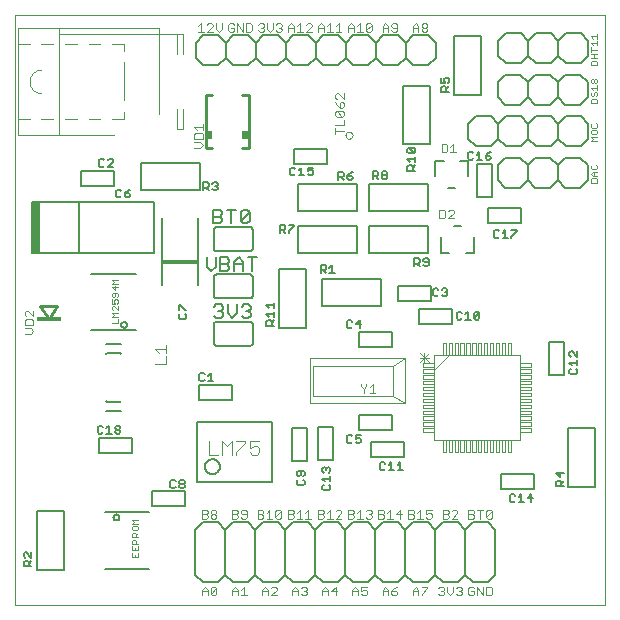
<source format=gto>
G75*
%MOIN*%
%OFA0B0*%
%FSLAX24Y24*%
%IPPOS*%
%LPD*%
%AMOC8*
5,1,8,0,0,1.08239X$1,22.5*
%
%ADD10C,0.0000*%
%ADD11C,0.0049*%
%ADD12C,0.0030*%
%ADD13C,0.0080*%
%ADD14C,0.0040*%
%ADD15R,0.0276X0.1732*%
%ADD16C,0.0060*%
%ADD17R,0.1260X0.0157*%
%ADD18C,0.0100*%
%ADD19R,0.0197X0.0295*%
%ADD20C,0.0079*%
%ADD21R,0.0827X0.0118*%
%ADD22C,0.0039*%
%ADD23C,0.0020*%
%ADD24C,0.0050*%
D10*
X000500Y000500D02*
X000500Y020185D01*
X020185Y020185D01*
X020185Y000500D01*
X000500Y000500D01*
X000500Y020185D01*
X020185Y020185D01*
X020185Y000500D01*
X000500Y000500D01*
X014096Y006285D02*
X014486Y006285D01*
X014486Y006395D01*
X014096Y006395D01*
X014096Y006285D01*
X014096Y006485D02*
X014486Y006485D01*
X014486Y006595D01*
X014096Y006595D01*
X014096Y006485D01*
X014096Y006685D02*
X014486Y006685D01*
X014486Y006795D01*
X014096Y006795D01*
X014096Y006685D01*
X014096Y006875D02*
X014486Y006875D01*
X014486Y006985D01*
X014096Y006985D01*
X014096Y006875D01*
X014096Y007075D02*
X014486Y007075D01*
X014486Y007185D01*
X014096Y007185D01*
X014096Y007075D01*
X014096Y007275D02*
X014486Y007275D01*
X014486Y007385D01*
X014096Y007385D01*
X014096Y007275D01*
X014096Y007465D02*
X014486Y007465D01*
X014486Y007575D01*
X014096Y007575D01*
X014096Y007465D01*
X014096Y007665D02*
X014486Y007665D01*
X014486Y007775D01*
X014096Y007775D01*
X014096Y007665D01*
X014096Y007865D02*
X014486Y007865D01*
X014486Y007975D01*
X014096Y007975D01*
X014096Y007865D01*
X014096Y008055D02*
X014486Y008055D01*
X014486Y008165D01*
X014096Y008165D01*
X014096Y008055D01*
X014096Y008255D02*
X014486Y008255D01*
X014486Y008345D01*
X014986Y008845D01*
X015076Y008845D01*
X015076Y009235D01*
X014966Y009235D01*
X014966Y008845D01*
X014986Y008845D01*
X014876Y008845D02*
X014876Y009235D01*
X014766Y009235D01*
X014766Y008845D01*
X014876Y008845D01*
X015166Y008845D02*
X015166Y009235D01*
X015276Y009235D01*
X015276Y008845D01*
X015166Y008845D01*
X015356Y008845D02*
X015356Y009235D01*
X015466Y009235D01*
X015466Y008845D01*
X015356Y008845D01*
X015556Y008845D02*
X015556Y009235D01*
X015666Y009235D01*
X015666Y008845D01*
X015556Y008845D01*
X015756Y008845D02*
X015756Y009235D01*
X015866Y009235D01*
X015866Y008845D01*
X015756Y008845D01*
X015946Y008845D02*
X015946Y009235D01*
X016056Y009235D01*
X016056Y008845D01*
X015946Y008845D01*
X016146Y008845D02*
X016146Y009235D01*
X016256Y009235D01*
X016256Y008845D01*
X016146Y008845D01*
X016346Y008845D02*
X016346Y009235D01*
X016456Y009235D01*
X016456Y008845D01*
X016346Y008845D01*
X016536Y008845D02*
X016536Y009235D01*
X016646Y009235D01*
X016646Y008845D01*
X016536Y008845D01*
X016736Y008845D02*
X016736Y009235D01*
X016846Y009235D01*
X016846Y008845D01*
X016736Y008845D01*
X016936Y008845D02*
X016936Y009235D01*
X017046Y009235D01*
X017046Y008845D01*
X016936Y008845D01*
X017326Y008845D02*
X014486Y008845D01*
X014486Y006005D01*
X017326Y006005D01*
X017326Y008845D01*
X017326Y008565D02*
X017716Y008565D01*
X017716Y008455D01*
X017326Y008455D01*
X017326Y008565D01*
X017326Y008365D02*
X017716Y008365D01*
X017716Y008255D01*
X017326Y008255D01*
X017326Y008365D01*
X017326Y008165D02*
X017716Y008165D01*
X017716Y008055D01*
X017326Y008055D01*
X017326Y008165D01*
X017326Y007975D02*
X017716Y007975D01*
X017716Y007865D01*
X017326Y007865D01*
X017326Y007975D01*
X017326Y007775D02*
X017716Y007775D01*
X017716Y007665D01*
X017326Y007665D01*
X017326Y007775D01*
X017326Y007575D02*
X017716Y007575D01*
X017716Y007465D01*
X017326Y007465D01*
X017326Y007575D01*
X017326Y007385D02*
X017716Y007385D01*
X017716Y007275D01*
X017326Y007275D01*
X017326Y007385D01*
X017326Y007185D02*
X017716Y007185D01*
X017716Y007075D01*
X017326Y007075D01*
X017326Y007185D01*
X017326Y006985D02*
X017716Y006985D01*
X017716Y006875D01*
X017326Y006875D01*
X017326Y006985D01*
X017326Y006795D02*
X017716Y006795D01*
X017716Y006685D01*
X017326Y006685D01*
X017326Y006795D01*
X017326Y006595D02*
X017716Y006595D01*
X017716Y006485D01*
X017326Y006485D01*
X017326Y006595D01*
X017326Y006395D02*
X017716Y006395D01*
X017716Y006285D01*
X017326Y006285D01*
X017326Y006395D01*
X017046Y006005D02*
X016936Y006005D01*
X016936Y005615D01*
X017046Y005615D01*
X017046Y006005D01*
X016846Y006005D02*
X016846Y005615D01*
X016736Y005615D01*
X016736Y006005D01*
X016846Y006005D01*
X016646Y006005D02*
X016646Y005615D01*
X016536Y005615D01*
X016536Y006005D01*
X016646Y006005D01*
X016456Y006005D02*
X016456Y005615D01*
X016346Y005615D01*
X016346Y006005D01*
X016456Y006005D01*
X016256Y006005D02*
X016256Y005615D01*
X016146Y005615D01*
X016146Y006005D01*
X016256Y006005D01*
X016056Y006005D02*
X016056Y005615D01*
X015946Y005615D01*
X015946Y006005D01*
X016056Y006005D01*
X015866Y006005D02*
X015866Y005615D01*
X015756Y005615D01*
X015756Y006005D01*
X015866Y006005D01*
X015666Y006005D02*
X015666Y005615D01*
X015556Y005615D01*
X015556Y006005D01*
X015666Y006005D01*
X015466Y006005D02*
X015466Y005615D01*
X015356Y005615D01*
X015356Y006005D01*
X015466Y006005D01*
X015276Y006005D02*
X015276Y005615D01*
X015166Y005615D01*
X015166Y006005D01*
X015276Y006005D01*
X015076Y006005D02*
X015076Y005615D01*
X014966Y005615D01*
X014966Y006005D01*
X015076Y006005D01*
X014876Y006005D02*
X014876Y005615D01*
X014766Y005615D01*
X014766Y006005D01*
X014876Y006005D01*
X014096Y008255D02*
X014096Y008365D01*
X014486Y008365D01*
X014486Y008345D01*
X014486Y008455D02*
X014096Y008455D01*
X014096Y008565D01*
X014486Y008565D01*
X014486Y008455D01*
D11*
X011524Y016169D02*
X011526Y016190D01*
X011532Y016210D01*
X011541Y016230D01*
X011553Y016247D01*
X011568Y016261D01*
X011586Y016273D01*
X011606Y016281D01*
X011626Y016286D01*
X011647Y016287D01*
X011668Y016284D01*
X011688Y016278D01*
X011707Y016267D01*
X011724Y016254D01*
X011737Y016238D01*
X011748Y016220D01*
X011756Y016200D01*
X011760Y016180D01*
X011760Y016158D01*
X011756Y016138D01*
X011748Y016118D01*
X011737Y016100D01*
X011724Y016084D01*
X011707Y016071D01*
X011688Y016060D01*
X011668Y016054D01*
X011647Y016051D01*
X011626Y016052D01*
X011606Y016057D01*
X011586Y016065D01*
X011568Y016077D01*
X011553Y016091D01*
X011541Y016108D01*
X011532Y016128D01*
X011526Y016148D01*
X011524Y016169D01*
D12*
X011471Y016294D02*
X011181Y016294D01*
X011181Y016197D02*
X011181Y016391D01*
X011181Y016492D02*
X011471Y016492D01*
X011471Y016685D01*
X011423Y016787D02*
X011229Y016980D01*
X011423Y016980D01*
X011471Y016932D01*
X011471Y016835D01*
X011423Y016787D01*
X011229Y016787D01*
X011181Y016835D01*
X011181Y016932D01*
X011229Y016980D01*
X011326Y017081D02*
X011326Y017226D01*
X011374Y017275D01*
X011423Y017275D01*
X011471Y017226D01*
X011471Y017130D01*
X011423Y017081D01*
X011326Y017081D01*
X011229Y017178D01*
X011181Y017275D01*
X011229Y017376D02*
X011181Y017424D01*
X011181Y017521D01*
X011229Y017569D01*
X011278Y017569D01*
X011471Y017376D01*
X011471Y017569D01*
X011387Y019609D02*
X011194Y019609D01*
X011291Y019609D02*
X011291Y019900D01*
X011194Y019803D01*
X011093Y019609D02*
X010899Y019609D01*
X010996Y019609D02*
X010996Y019900D01*
X010899Y019803D01*
X010798Y019803D02*
X010798Y019609D01*
X010798Y019755D02*
X010605Y019755D01*
X010605Y019803D02*
X010701Y019900D01*
X010798Y019803D01*
X010605Y019803D02*
X010605Y019609D01*
X010403Y019609D02*
X010210Y019609D01*
X010403Y019803D01*
X010403Y019851D01*
X010355Y019900D01*
X010258Y019900D01*
X010210Y019851D01*
X010012Y019900D02*
X010012Y019609D01*
X010108Y019609D02*
X009915Y019609D01*
X009814Y019609D02*
X009814Y019803D01*
X009717Y019900D01*
X009620Y019803D01*
X009620Y019609D01*
X009620Y019755D02*
X009814Y019755D01*
X009915Y019803D02*
X010012Y019900D01*
X009399Y019851D02*
X009399Y019803D01*
X009351Y019755D01*
X009399Y019706D01*
X009399Y019658D01*
X009351Y019609D01*
X009254Y019609D01*
X009206Y019658D01*
X009104Y019706D02*
X009104Y019900D01*
X009206Y019851D02*
X009254Y019900D01*
X009351Y019900D01*
X009399Y019851D01*
X009351Y019755D02*
X009302Y019755D01*
X009104Y019706D02*
X009008Y019609D01*
X008911Y019706D01*
X008911Y019900D01*
X008810Y019851D02*
X008761Y019900D01*
X008665Y019900D01*
X008616Y019851D01*
X008713Y019755D02*
X008761Y019755D01*
X008810Y019706D01*
X008810Y019658D01*
X008761Y019609D01*
X008665Y019609D01*
X008616Y019658D01*
X008761Y019755D02*
X008810Y019803D01*
X008810Y019851D01*
X008395Y019851D02*
X008395Y019658D01*
X008347Y019609D01*
X008202Y019609D01*
X008202Y019900D01*
X008347Y019900D01*
X008395Y019851D01*
X008101Y019900D02*
X008101Y019609D01*
X007907Y019900D01*
X007907Y019609D01*
X007806Y019658D02*
X007806Y019755D01*
X007709Y019755D01*
X007612Y019851D02*
X007612Y019658D01*
X007661Y019609D01*
X007758Y019609D01*
X007806Y019658D01*
X007806Y019851D02*
X007758Y019900D01*
X007661Y019900D01*
X007612Y019851D01*
X007391Y019900D02*
X007391Y019706D01*
X007295Y019609D01*
X007198Y019706D01*
X007198Y019900D01*
X007097Y019851D02*
X007048Y019900D01*
X006951Y019900D01*
X006903Y019851D01*
X007097Y019851D02*
X007097Y019803D01*
X006903Y019609D01*
X007097Y019609D01*
X006802Y019609D02*
X006608Y019609D01*
X006705Y019609D02*
X006705Y019900D01*
X006608Y019803D01*
X006776Y016534D02*
X006776Y016341D01*
X006776Y016437D02*
X006486Y016437D01*
X006583Y016341D01*
X006534Y016239D02*
X006486Y016191D01*
X006486Y016046D01*
X006776Y016046D01*
X006776Y016191D01*
X006728Y016239D01*
X006534Y016239D01*
X006486Y015945D02*
X006680Y015945D01*
X006776Y015848D01*
X006680Y015751D01*
X006486Y015751D01*
X011608Y019609D02*
X011608Y019803D01*
X011705Y019900D01*
X011802Y019803D01*
X011802Y019609D01*
X011903Y019609D02*
X012097Y019609D01*
X012000Y019609D02*
X012000Y019900D01*
X011903Y019803D01*
X011802Y019755D02*
X011608Y019755D01*
X012198Y019658D02*
X012198Y019851D01*
X012246Y019900D01*
X012343Y019900D01*
X012391Y019851D01*
X012198Y019658D01*
X012246Y019609D01*
X012343Y019609D01*
X012391Y019658D01*
X012391Y019851D01*
X012760Y019803D02*
X012760Y019609D01*
X012760Y019755D02*
X012953Y019755D01*
X012953Y019803D02*
X012953Y019609D01*
X013054Y019658D02*
X013103Y019609D01*
X013199Y019609D01*
X013248Y019658D01*
X013248Y019851D01*
X013199Y019900D01*
X013103Y019900D01*
X013054Y019851D01*
X013054Y019803D01*
X013103Y019755D01*
X013248Y019755D01*
X012953Y019803D02*
X012856Y019900D01*
X012760Y019803D01*
X013764Y019803D02*
X013764Y019609D01*
X013764Y019755D02*
X013957Y019755D01*
X013957Y019803D02*
X013957Y019609D01*
X014058Y019658D02*
X014058Y019706D01*
X014107Y019755D01*
X014203Y019755D01*
X014252Y019706D01*
X014252Y019658D01*
X014203Y019609D01*
X014107Y019609D01*
X014058Y019658D01*
X014107Y019755D02*
X014058Y019803D01*
X014058Y019851D01*
X014107Y019900D01*
X014203Y019900D01*
X014252Y019851D01*
X014252Y019803D01*
X014203Y019755D01*
X013957Y019803D02*
X013860Y019900D01*
X013764Y019803D01*
X014729Y015882D02*
X014874Y015882D01*
X014922Y015833D01*
X014922Y015640D01*
X014874Y015591D01*
X014729Y015591D01*
X014729Y015882D01*
X015023Y015785D02*
X015120Y015882D01*
X015120Y015591D01*
X015023Y015591D02*
X015217Y015591D01*
X015097Y013684D02*
X015000Y013684D01*
X014951Y013636D01*
X014850Y013636D02*
X014802Y013684D01*
X014657Y013684D01*
X014657Y013394D01*
X014802Y013394D01*
X014850Y013443D01*
X014850Y013636D01*
X015097Y013684D02*
X015145Y013636D01*
X015145Y013588D01*
X014951Y013394D01*
X015145Y013394D01*
X014304Y008912D02*
X013991Y008599D01*
X014147Y008599D02*
X014147Y008912D01*
X013991Y008912D02*
X014304Y008599D01*
X014304Y008755D02*
X013991Y008755D01*
X014008Y003679D02*
X014008Y003389D01*
X014104Y003389D02*
X013911Y003389D01*
X013810Y003437D02*
X013761Y003389D01*
X013616Y003389D01*
X013616Y003679D01*
X013761Y003679D01*
X013810Y003631D01*
X013810Y003583D01*
X013761Y003534D01*
X013616Y003534D01*
X013761Y003534D02*
X013810Y003486D01*
X013810Y003437D01*
X013911Y003583D02*
X014008Y003679D01*
X014206Y003679D02*
X014206Y003534D01*
X014302Y003583D01*
X014351Y003583D01*
X014399Y003534D01*
X014399Y003437D01*
X014351Y003389D01*
X014254Y003389D01*
X014206Y003437D01*
X014206Y003679D02*
X014399Y003679D01*
X014768Y003679D02*
X014768Y003389D01*
X014913Y003389D01*
X014961Y003437D01*
X014961Y003486D01*
X014913Y003534D01*
X014768Y003534D01*
X014913Y003534D02*
X014961Y003583D01*
X014961Y003631D01*
X014913Y003679D01*
X014768Y003679D01*
X015062Y003631D02*
X015111Y003679D01*
X015207Y003679D01*
X015256Y003631D01*
X015256Y003583D01*
X015062Y003389D01*
X015256Y003389D01*
X015624Y003389D02*
X015769Y003389D01*
X015818Y003437D01*
X015818Y003486D01*
X015769Y003534D01*
X015624Y003534D01*
X015624Y003389D02*
X015624Y003679D01*
X015769Y003679D01*
X015818Y003631D01*
X015818Y003583D01*
X015769Y003534D01*
X015919Y003679D02*
X016112Y003679D01*
X016016Y003679D02*
X016016Y003389D01*
X016214Y003437D02*
X016214Y003631D01*
X016262Y003679D01*
X016359Y003679D01*
X016407Y003631D01*
X016214Y003437D01*
X016262Y003389D01*
X016359Y003389D01*
X016407Y003437D01*
X016407Y003631D01*
X016359Y001120D02*
X016214Y001120D01*
X016214Y000830D01*
X016359Y000830D01*
X016407Y000878D01*
X016407Y001072D01*
X016359Y001120D01*
X016112Y001120D02*
X016112Y000830D01*
X015919Y001120D01*
X015919Y000830D01*
X015818Y000878D02*
X015818Y000975D01*
X015721Y000975D01*
X015818Y000878D02*
X015769Y000830D01*
X015673Y000830D01*
X015624Y000878D01*
X015624Y001072D01*
X015673Y001120D01*
X015769Y001120D01*
X015818Y001072D01*
X015403Y001072D02*
X015403Y001023D01*
X015355Y000975D01*
X015403Y000927D01*
X015403Y000878D01*
X015355Y000830D01*
X015258Y000830D01*
X015210Y000878D01*
X015108Y000927D02*
X015108Y001120D01*
X015210Y001072D02*
X015258Y001120D01*
X015355Y001120D01*
X015403Y001072D01*
X015355Y000975D02*
X015306Y000975D01*
X015108Y000927D02*
X015012Y000830D01*
X014915Y000927D01*
X014915Y001120D01*
X014814Y001072D02*
X014814Y001023D01*
X014765Y000975D01*
X014814Y000927D01*
X014814Y000878D01*
X014765Y000830D01*
X014669Y000830D01*
X014620Y000878D01*
X014717Y000975D02*
X014765Y000975D01*
X014814Y001072D02*
X014765Y001120D01*
X014669Y001120D01*
X014620Y001072D01*
X014252Y001072D02*
X014058Y000878D01*
X014058Y000830D01*
X013957Y000830D02*
X013957Y001023D01*
X013860Y001120D01*
X013764Y001023D01*
X013764Y000830D01*
X013764Y000975D02*
X013957Y000975D01*
X014058Y001120D02*
X014252Y001120D01*
X014252Y001072D01*
X013248Y001120D02*
X013151Y001072D01*
X013054Y000975D01*
X013199Y000975D01*
X013248Y000927D01*
X013248Y000878D01*
X013199Y000830D01*
X013103Y000830D01*
X013054Y000878D01*
X013054Y000975D01*
X012953Y000975D02*
X012760Y000975D01*
X012760Y001023D02*
X012760Y000830D01*
X012953Y000830D02*
X012953Y001023D01*
X012856Y001120D01*
X012760Y001023D01*
X012244Y000975D02*
X012244Y000878D01*
X012196Y000830D01*
X012099Y000830D01*
X012050Y000878D01*
X012050Y000975D02*
X012147Y001023D01*
X012196Y001023D01*
X012244Y000975D01*
X012244Y001120D02*
X012050Y001120D01*
X012050Y000975D01*
X011949Y000975D02*
X011756Y000975D01*
X011756Y001023D02*
X011756Y000830D01*
X011949Y000830D02*
X011949Y001023D01*
X011853Y001120D01*
X011756Y001023D01*
X011240Y000975D02*
X011046Y000975D01*
X011192Y001120D01*
X011192Y000830D01*
X010945Y000830D02*
X010945Y001023D01*
X010849Y001120D01*
X010752Y001023D01*
X010752Y000830D01*
X010752Y000975D02*
X010945Y000975D01*
X010236Y000927D02*
X010236Y000878D01*
X010188Y000830D01*
X010091Y000830D01*
X010043Y000878D01*
X009941Y000830D02*
X009941Y001023D01*
X009845Y001120D01*
X009748Y001023D01*
X009748Y000830D01*
X009748Y000975D02*
X009941Y000975D01*
X010043Y001072D02*
X010091Y001120D01*
X010188Y001120D01*
X010236Y001072D01*
X010236Y001023D01*
X010188Y000975D01*
X010236Y000927D01*
X010188Y000975D02*
X010139Y000975D01*
X009232Y001023D02*
X009232Y001072D01*
X009184Y001120D01*
X009087Y001120D01*
X009039Y001072D01*
X008937Y001023D02*
X008937Y000830D01*
X009039Y000830D02*
X009232Y001023D01*
X009232Y000830D02*
X009039Y000830D01*
X008937Y000975D02*
X008744Y000975D01*
X008744Y001023D02*
X008744Y000830D01*
X008744Y001023D02*
X008841Y001120D01*
X008937Y001023D01*
X008228Y000830D02*
X008035Y000830D01*
X008131Y000830D02*
X008131Y001120D01*
X008035Y001023D01*
X007934Y001023D02*
X007934Y000830D01*
X007934Y000975D02*
X007740Y000975D01*
X007740Y001023D02*
X007740Y000830D01*
X007740Y001023D02*
X007837Y001120D01*
X007934Y001023D01*
X007224Y001072D02*
X007224Y000878D01*
X007176Y000830D01*
X007079Y000830D01*
X007031Y000878D01*
X007224Y001072D01*
X007176Y001120D01*
X007079Y001120D01*
X007031Y001072D01*
X007031Y000878D01*
X006930Y000830D02*
X006930Y001023D01*
X006833Y001120D01*
X006736Y001023D01*
X006736Y000830D01*
X006736Y000975D02*
X006930Y000975D01*
X006881Y003389D02*
X006736Y003389D01*
X006736Y003679D01*
X006881Y003679D01*
X006930Y003631D01*
X006930Y003583D01*
X006881Y003534D01*
X006736Y003534D01*
X006881Y003534D02*
X006930Y003486D01*
X006930Y003437D01*
X006881Y003389D01*
X007031Y003437D02*
X007031Y003486D01*
X007079Y003534D01*
X007176Y003534D01*
X007224Y003486D01*
X007224Y003437D01*
X007176Y003389D01*
X007079Y003389D01*
X007031Y003437D01*
X007079Y003534D02*
X007031Y003583D01*
X007031Y003631D01*
X007079Y003679D01*
X007176Y003679D01*
X007224Y003631D01*
X007224Y003583D01*
X007176Y003534D01*
X007740Y003534D02*
X007885Y003534D01*
X007934Y003486D01*
X007934Y003437D01*
X007885Y003389D01*
X007740Y003389D01*
X007740Y003679D01*
X007885Y003679D01*
X007934Y003631D01*
X007934Y003583D01*
X007885Y003534D01*
X008035Y003583D02*
X008083Y003534D01*
X008228Y003534D01*
X008228Y003437D02*
X008228Y003631D01*
X008180Y003679D01*
X008083Y003679D01*
X008035Y003631D01*
X008035Y003583D01*
X008035Y003437D02*
X008083Y003389D01*
X008180Y003389D01*
X008228Y003437D01*
X008597Y003389D02*
X008597Y003679D01*
X008742Y003679D01*
X008790Y003631D01*
X008790Y003583D01*
X008742Y003534D01*
X008597Y003534D01*
X008742Y003534D02*
X008790Y003486D01*
X008790Y003437D01*
X008742Y003389D01*
X008597Y003389D01*
X008891Y003389D02*
X009085Y003389D01*
X008988Y003389D02*
X008988Y003679D01*
X008891Y003583D01*
X009186Y003631D02*
X009186Y003437D01*
X009379Y003631D01*
X009379Y003437D01*
X009331Y003389D01*
X009234Y003389D01*
X009186Y003437D01*
X009186Y003631D02*
X009234Y003679D01*
X009331Y003679D01*
X009379Y003631D01*
X009601Y003679D02*
X009601Y003389D01*
X009746Y003389D01*
X009794Y003437D01*
X009794Y003486D01*
X009746Y003534D01*
X009601Y003534D01*
X009746Y003534D02*
X009794Y003583D01*
X009794Y003631D01*
X009746Y003679D01*
X009601Y003679D01*
X009895Y003583D02*
X009992Y003679D01*
X009992Y003389D01*
X009895Y003389D02*
X010089Y003389D01*
X010190Y003389D02*
X010383Y003389D01*
X010287Y003389D02*
X010287Y003679D01*
X010190Y003583D01*
X010605Y003534D02*
X010750Y003534D01*
X010798Y003486D01*
X010798Y003437D01*
X010750Y003389D01*
X010605Y003389D01*
X010605Y003679D01*
X010750Y003679D01*
X010798Y003631D01*
X010798Y003583D01*
X010750Y003534D01*
X010899Y003583D02*
X010996Y003679D01*
X010996Y003389D01*
X010899Y003389D02*
X011093Y003389D01*
X011194Y003389D02*
X011387Y003583D01*
X011387Y003631D01*
X011339Y003679D01*
X011242Y003679D01*
X011194Y003631D01*
X011194Y003389D02*
X011387Y003389D01*
X011608Y003389D02*
X011754Y003389D01*
X011802Y003437D01*
X011802Y003486D01*
X011754Y003534D01*
X011608Y003534D01*
X011608Y003389D02*
X011608Y003679D01*
X011754Y003679D01*
X011802Y003631D01*
X011802Y003583D01*
X011754Y003534D01*
X011903Y003583D02*
X012000Y003679D01*
X012000Y003389D01*
X011903Y003389D02*
X012097Y003389D01*
X012198Y003437D02*
X012246Y003389D01*
X012343Y003389D01*
X012391Y003437D01*
X012391Y003486D01*
X012343Y003534D01*
X012295Y003534D01*
X012343Y003534D02*
X012391Y003583D01*
X012391Y003631D01*
X012343Y003679D01*
X012246Y003679D01*
X012198Y003631D01*
X012612Y003679D02*
X012612Y003389D01*
X012758Y003389D01*
X012806Y003437D01*
X012806Y003486D01*
X012758Y003534D01*
X012612Y003534D01*
X012612Y003679D02*
X012758Y003679D01*
X012806Y003631D01*
X012806Y003583D01*
X012758Y003534D01*
X012907Y003583D02*
X013004Y003679D01*
X013004Y003389D01*
X012907Y003389D02*
X013101Y003389D01*
X013202Y003534D02*
X013395Y003534D01*
X013347Y003389D02*
X013347Y003679D01*
X013202Y003534D01*
X005554Y008550D02*
X005554Y008797D01*
X005554Y008918D02*
X005554Y009165D01*
X005554Y009042D02*
X005184Y009042D01*
X005307Y008918D01*
X005184Y008550D02*
X005554Y008550D01*
X001124Y009635D02*
X001028Y009732D01*
X000834Y009732D01*
X000834Y009833D02*
X000834Y009978D01*
X000882Y010027D01*
X001076Y010027D01*
X001124Y009978D01*
X001124Y009833D01*
X000834Y009833D01*
X000834Y009539D02*
X001028Y009539D01*
X001124Y009635D01*
X001124Y010128D02*
X000931Y010321D01*
X000882Y010321D01*
X000834Y010273D01*
X000834Y010176D01*
X000882Y010128D01*
X001124Y010128D02*
X001124Y010321D01*
D13*
X001082Y012241D02*
X001082Y013941D01*
X002632Y013941D01*
X002632Y012241D01*
X001082Y012241D01*
X002632Y012241D02*
X005132Y012241D01*
X005132Y013941D01*
X002632Y013941D01*
X002710Y014474D02*
X002710Y014974D01*
X003810Y014974D01*
X003810Y014474D01*
X002710Y014474D01*
X004721Y014333D02*
X004721Y015233D01*
X006681Y015233D01*
X006681Y014333D01*
X004721Y014333D01*
X005420Y013410D02*
X005420Y011160D01*
X004547Y011555D02*
X003051Y011555D01*
X004049Y009850D02*
X004051Y009870D01*
X004057Y009888D01*
X004066Y009906D01*
X004078Y009921D01*
X004093Y009933D01*
X004111Y009942D01*
X004129Y009948D01*
X004149Y009950D01*
X004169Y009948D01*
X004187Y009942D01*
X004205Y009933D01*
X004220Y009921D01*
X004232Y009906D01*
X004241Y009888D01*
X004247Y009870D01*
X004249Y009850D01*
X004247Y009830D01*
X004241Y009812D01*
X004232Y009794D01*
X004220Y009779D01*
X004205Y009767D01*
X004187Y009758D01*
X004169Y009752D01*
X004149Y009750D01*
X004129Y009752D01*
X004111Y009758D01*
X004093Y009767D01*
X004078Y009779D01*
X004066Y009794D01*
X004057Y009812D01*
X004051Y009830D01*
X004049Y009850D01*
X004547Y009665D02*
X003051Y009665D01*
X006620Y011160D02*
X006620Y013410D01*
X009302Y011716D02*
X010202Y011716D01*
X010202Y009756D01*
X009302Y009756D01*
X009302Y011716D01*
X009953Y012255D02*
X009953Y013155D01*
X011913Y013155D01*
X011913Y012255D01*
X009953Y012255D01*
X010740Y011383D02*
X012700Y011383D01*
X012700Y010483D01*
X010740Y010483D01*
X010740Y011383D01*
X012315Y012255D02*
X012315Y013155D01*
X014275Y013155D01*
X014275Y012255D01*
X012315Y012255D01*
X013269Y011156D02*
X014369Y011156D01*
X014369Y010656D01*
X013269Y010656D01*
X013269Y011156D01*
X013970Y010360D02*
X013970Y009860D01*
X015070Y009860D01*
X015070Y010360D01*
X013970Y010360D01*
X013058Y009608D02*
X013058Y009108D01*
X011958Y009108D01*
X011958Y009608D01*
X013058Y009608D01*
X014713Y012252D02*
X014988Y012252D01*
X014713Y012252D02*
X014713Y012783D01*
X015146Y013157D02*
X015382Y013157D01*
X015815Y012783D02*
X015815Y012252D01*
X015539Y012252D01*
X016289Y013242D02*
X016289Y013742D01*
X017389Y013742D01*
X017389Y013242D01*
X016289Y013242D01*
X016415Y014107D02*
X015915Y014107D01*
X015915Y015207D01*
X016415Y015207D01*
X016415Y014107D01*
X015618Y014791D02*
X015618Y015323D01*
X015343Y015323D01*
X014791Y015323D02*
X014516Y015323D01*
X014516Y014791D01*
X014275Y014533D02*
X014275Y013633D01*
X012315Y013633D01*
X012315Y014533D01*
X014275Y014533D01*
X014949Y014417D02*
X015185Y014417D01*
X014336Y015859D02*
X013436Y015859D01*
X013436Y017819D01*
X014336Y017819D01*
X014336Y015859D01*
X015156Y017508D02*
X016056Y017508D01*
X016056Y019468D01*
X015156Y019468D01*
X015156Y017508D01*
X011913Y014533D02*
X011913Y013633D01*
X009953Y013633D01*
X009953Y014533D01*
X011913Y014533D01*
X010893Y015211D02*
X010893Y015711D01*
X009793Y015711D01*
X009793Y015211D01*
X010893Y015211D01*
X007743Y007837D02*
X006643Y007837D01*
X006643Y007337D01*
X007743Y007337D01*
X007743Y007837D01*
X009750Y006420D02*
X010250Y006420D01*
X010250Y005320D01*
X009750Y005320D01*
X009750Y006420D01*
X010604Y006436D02*
X011104Y006436D01*
X011104Y005336D01*
X010604Y005336D01*
X010604Y006436D01*
X011958Y006352D02*
X011958Y006852D01*
X013058Y006852D01*
X013058Y006352D01*
X011958Y006352D01*
X012375Y005939D02*
X013475Y005939D01*
X013475Y005439D01*
X012375Y005439D01*
X012375Y005939D01*
X016706Y004876D02*
X016706Y004376D01*
X017806Y004376D01*
X017806Y004876D01*
X016706Y004876D01*
X018948Y004441D02*
X018948Y006401D01*
X019848Y006401D01*
X019848Y004441D01*
X018948Y004441D01*
X018809Y008182D02*
X018309Y008182D01*
X018309Y009282D01*
X018809Y009282D01*
X018809Y008182D01*
X006168Y004293D02*
X006168Y003793D01*
X005068Y003793D01*
X005068Y004293D01*
X006168Y004293D01*
X004988Y003610D02*
X003492Y003610D01*
X003790Y003425D02*
X003792Y003445D01*
X003798Y003463D01*
X003807Y003481D01*
X003819Y003496D01*
X003834Y003508D01*
X003852Y003517D01*
X003870Y003523D01*
X003890Y003525D01*
X003910Y003523D01*
X003928Y003517D01*
X003946Y003508D01*
X003961Y003496D01*
X003973Y003481D01*
X003982Y003463D01*
X003988Y003445D01*
X003990Y003425D01*
X003988Y003405D01*
X003982Y003387D01*
X003973Y003369D01*
X003961Y003354D01*
X003946Y003342D01*
X003928Y003333D01*
X003910Y003327D01*
X003890Y003325D01*
X003870Y003327D01*
X003852Y003333D01*
X003834Y003342D01*
X003819Y003354D01*
X003807Y003369D01*
X003798Y003387D01*
X003792Y003405D01*
X003790Y003425D01*
X002131Y003645D02*
X002131Y001685D01*
X001231Y001685D01*
X001231Y003645D01*
X002131Y003645D01*
X003492Y001720D02*
X004988Y001720D01*
X004396Y005565D02*
X003296Y005565D01*
X003296Y006065D01*
X004396Y006065D01*
X004396Y005565D01*
D14*
X004410Y003348D02*
X004610Y003348D01*
X004610Y003214D02*
X004410Y003214D01*
X004477Y003281D01*
X004410Y003348D01*
X004443Y003127D02*
X004410Y003093D01*
X004410Y003027D01*
X004443Y002993D01*
X004577Y002993D01*
X004610Y003027D01*
X004610Y003093D01*
X004577Y003127D01*
X004443Y003127D01*
X004443Y002906D02*
X004510Y002906D01*
X004543Y002872D01*
X004543Y002772D01*
X004543Y002839D02*
X004610Y002906D01*
X004610Y002772D02*
X004410Y002772D01*
X004410Y002872D01*
X004443Y002906D01*
X004443Y002685D02*
X004510Y002685D01*
X004543Y002651D01*
X004543Y002551D01*
X004610Y002551D02*
X004410Y002551D01*
X004410Y002651D01*
X004443Y002685D01*
X004410Y002464D02*
X004410Y002330D01*
X004610Y002330D01*
X004610Y002464D01*
X004510Y002397D02*
X004510Y002330D01*
X004410Y002243D02*
X004410Y002109D01*
X004610Y002109D01*
X004610Y002243D01*
X004510Y002176D02*
X004510Y002109D01*
X006962Y005516D02*
X007269Y005516D01*
X007422Y005516D02*
X007422Y005976D01*
X007576Y005823D01*
X007729Y005976D01*
X007729Y005516D01*
X007883Y005516D02*
X007883Y005593D01*
X008190Y005900D01*
X008190Y005976D01*
X007883Y005976D01*
X008343Y005976D02*
X008343Y005746D01*
X008497Y005823D01*
X008573Y005823D01*
X008650Y005746D01*
X008650Y005593D01*
X008573Y005516D01*
X008420Y005516D01*
X008343Y005593D01*
X008343Y005976D02*
X008650Y005976D01*
X006962Y005976D02*
X006962Y005516D01*
X003946Y009894D02*
X003746Y009894D01*
X003946Y009894D02*
X003946Y010028D01*
X003946Y010115D02*
X003746Y010115D01*
X003813Y010182D01*
X003746Y010249D01*
X003946Y010249D01*
X003946Y010336D02*
X003813Y010470D01*
X003779Y010470D01*
X003746Y010436D01*
X003746Y010370D01*
X003779Y010336D01*
X003946Y010336D02*
X003946Y010470D01*
X003913Y010557D02*
X003946Y010591D01*
X003946Y010657D01*
X003913Y010691D01*
X003846Y010691D01*
X003813Y010657D01*
X003813Y010624D01*
X003846Y010557D01*
X003746Y010557D01*
X003746Y010691D01*
X003779Y010778D02*
X003813Y010778D01*
X003846Y010811D01*
X003846Y010912D01*
X003913Y010912D02*
X003779Y010912D01*
X003746Y010878D01*
X003746Y010811D01*
X003779Y010778D01*
X003913Y010778D02*
X003946Y010811D01*
X003946Y010878D01*
X003913Y010912D01*
X003846Y010999D02*
X003846Y011133D01*
X003946Y011099D02*
X003746Y011099D01*
X003846Y010999D01*
X003946Y011220D02*
X003746Y011220D01*
X003813Y011287D01*
X003746Y011354D01*
X003946Y011354D01*
X012037Y007862D02*
X012037Y007815D01*
X012130Y007722D01*
X012130Y007582D01*
X012130Y007722D02*
X012224Y007815D01*
X012224Y007862D01*
X012332Y007769D02*
X012425Y007862D01*
X012425Y007582D01*
X012332Y007582D02*
X012518Y007582D01*
D15*
X001214Y013091D03*
D16*
X003312Y015153D02*
X003312Y015326D01*
X003356Y015369D01*
X003442Y015369D01*
X003486Y015326D01*
X003607Y015326D02*
X003650Y015369D01*
X003737Y015369D01*
X003780Y015326D01*
X003780Y015283D01*
X003607Y015109D01*
X003780Y015109D01*
X003486Y015153D02*
X003442Y015109D01*
X003356Y015109D01*
X003312Y015153D01*
X003916Y014356D02*
X003872Y014313D01*
X003872Y014139D01*
X003916Y014096D01*
X004002Y014096D01*
X004046Y014139D01*
X004167Y014139D02*
X004167Y014226D01*
X004297Y014226D01*
X004340Y014183D01*
X004340Y014139D01*
X004297Y014096D01*
X004210Y014096D01*
X004167Y014139D01*
X004167Y014226D02*
X004254Y014313D01*
X004340Y014356D01*
X004046Y014313D02*
X004002Y014356D01*
X003916Y014356D01*
X006790Y014330D02*
X006790Y014591D01*
X006920Y014591D01*
X006963Y014547D01*
X006963Y014461D01*
X006920Y014417D01*
X006790Y014417D01*
X006876Y014417D02*
X006963Y014330D01*
X007084Y014374D02*
X007128Y014330D01*
X007214Y014330D01*
X007258Y014374D01*
X007258Y014417D01*
X007214Y014461D01*
X007171Y014461D01*
X007214Y014461D02*
X007258Y014504D01*
X007258Y014547D01*
X007214Y014591D01*
X007128Y014591D01*
X007084Y014547D01*
X007233Y013105D02*
X008333Y013105D01*
X008350Y013103D01*
X008367Y013099D01*
X008383Y013092D01*
X008397Y013082D01*
X008410Y013069D01*
X008420Y013055D01*
X008427Y013039D01*
X008431Y013022D01*
X008433Y013005D01*
X008433Y012405D01*
X008431Y012388D01*
X008427Y012371D01*
X008420Y012355D01*
X008410Y012341D01*
X008397Y012328D01*
X008383Y012318D01*
X008367Y012311D01*
X008350Y012307D01*
X008333Y012305D01*
X007233Y012305D01*
X007216Y012307D01*
X007199Y012311D01*
X007183Y012318D01*
X007169Y012328D01*
X007156Y012341D01*
X007146Y012355D01*
X007139Y012371D01*
X007135Y012388D01*
X007133Y012405D01*
X007133Y013005D01*
X007135Y013022D01*
X007139Y013039D01*
X007146Y013055D01*
X007156Y013069D01*
X007169Y013082D01*
X007183Y013092D01*
X007199Y013099D01*
X007216Y013103D01*
X007233Y013105D01*
X007233Y011530D02*
X008333Y011530D01*
X008350Y011528D01*
X008367Y011524D01*
X008383Y011517D01*
X008397Y011507D01*
X008410Y011494D01*
X008420Y011480D01*
X008427Y011464D01*
X008431Y011447D01*
X008433Y011430D01*
X008433Y010830D01*
X008431Y010813D01*
X008427Y010796D01*
X008420Y010780D01*
X008410Y010766D01*
X008397Y010753D01*
X008383Y010743D01*
X008367Y010736D01*
X008350Y010732D01*
X008333Y010730D01*
X007233Y010730D01*
X007216Y010732D01*
X007199Y010736D01*
X007183Y010743D01*
X007169Y010753D01*
X007156Y010766D01*
X007146Y010780D01*
X007139Y010796D01*
X007135Y010813D01*
X007133Y010830D01*
X007133Y011430D01*
X007135Y011447D01*
X007139Y011464D01*
X007146Y011480D01*
X007156Y011494D01*
X007169Y011507D01*
X007183Y011517D01*
X007199Y011524D01*
X007216Y011528D01*
X007233Y011530D01*
X006222Y010339D02*
X006179Y010339D01*
X006005Y010513D01*
X005962Y010513D01*
X005962Y010339D01*
X006005Y010218D02*
X005962Y010175D01*
X005962Y010088D01*
X006005Y010045D01*
X006179Y010045D01*
X006222Y010088D01*
X006222Y010175D01*
X006179Y010218D01*
X007133Y009855D02*
X007133Y009255D01*
X007135Y009238D01*
X007139Y009221D01*
X007146Y009205D01*
X007156Y009191D01*
X007169Y009178D01*
X007183Y009168D01*
X007199Y009161D01*
X007216Y009157D01*
X007233Y009155D01*
X008333Y009155D01*
X008350Y009157D01*
X008367Y009161D01*
X008383Y009168D01*
X008397Y009178D01*
X008410Y009191D01*
X008420Y009205D01*
X008427Y009221D01*
X008431Y009238D01*
X008433Y009255D01*
X008433Y009855D01*
X008431Y009872D01*
X008427Y009889D01*
X008420Y009905D01*
X008410Y009919D01*
X008397Y009932D01*
X008383Y009942D01*
X008367Y009949D01*
X008350Y009953D01*
X008333Y009955D01*
X007233Y009955D01*
X007216Y009953D01*
X007199Y009949D01*
X007183Y009942D01*
X007169Y009932D01*
X007156Y009919D01*
X007146Y009905D01*
X007139Y009889D01*
X007135Y009872D01*
X007133Y009855D01*
X007036Y008236D02*
X007036Y007975D01*
X006950Y007975D02*
X007123Y007975D01*
X006950Y008149D02*
X007036Y008236D01*
X006828Y008192D02*
X006785Y008236D01*
X006698Y008236D01*
X006655Y008192D01*
X006655Y008019D01*
X006698Y007975D01*
X006785Y007975D01*
X006828Y008019D01*
X008890Y009818D02*
X008890Y009948D01*
X008933Y009991D01*
X009020Y009991D01*
X009063Y009948D01*
X009063Y009818D01*
X009063Y009904D02*
X009150Y009991D01*
X009150Y010112D02*
X009150Y010286D01*
X009150Y010199D02*
X008890Y010199D01*
X008976Y010112D01*
X008890Y009818D02*
X009150Y009818D01*
X009150Y010407D02*
X009150Y010580D01*
X009150Y010494D02*
X008890Y010494D01*
X008976Y010407D01*
X010695Y011575D02*
X010695Y011835D01*
X010825Y011835D01*
X010869Y011791D01*
X010869Y011705D01*
X010825Y011661D01*
X010695Y011661D01*
X010782Y011661D02*
X010869Y011575D01*
X010990Y011575D02*
X011163Y011575D01*
X011076Y011575D02*
X011076Y011835D01*
X010990Y011748D01*
X009633Y012921D02*
X009633Y012965D01*
X009807Y013138D01*
X009807Y013182D01*
X009633Y013182D01*
X009512Y013138D02*
X009512Y013051D01*
X009469Y013008D01*
X009339Y013008D01*
X009425Y013008D02*
X009512Y012921D01*
X009339Y012921D02*
X009339Y013182D01*
X009469Y013182D01*
X009512Y013138D01*
X009719Y014830D02*
X009805Y014830D01*
X009849Y014873D01*
X009970Y014830D02*
X010143Y014830D01*
X010057Y014830D02*
X010057Y015090D01*
X009970Y015003D01*
X009849Y015047D02*
X009805Y015090D01*
X009719Y015090D01*
X009675Y015047D01*
X009675Y014873D01*
X009719Y014830D01*
X010264Y014873D02*
X010308Y014830D01*
X010395Y014830D01*
X010438Y014873D01*
X010438Y014960D01*
X010395Y015003D01*
X010351Y015003D01*
X010264Y014960D01*
X010264Y015090D01*
X010438Y015090D01*
X011290Y014949D02*
X011290Y014689D01*
X011290Y014775D02*
X011420Y014775D01*
X011463Y014819D01*
X011463Y014906D01*
X011420Y014949D01*
X011290Y014949D01*
X011376Y014775D02*
X011463Y014689D01*
X011584Y014732D02*
X011584Y014819D01*
X011714Y014819D01*
X011758Y014775D01*
X011758Y014732D01*
X011714Y014689D01*
X011628Y014689D01*
X011584Y014732D01*
X011584Y014819D02*
X011671Y014906D01*
X011758Y014949D01*
X012445Y014965D02*
X012445Y014705D01*
X012445Y014792D02*
X012575Y014792D01*
X012618Y014835D01*
X012618Y014922D01*
X012575Y014965D01*
X012445Y014965D01*
X012532Y014792D02*
X012618Y014705D01*
X012740Y014748D02*
X012740Y014792D01*
X012783Y014835D01*
X012870Y014835D01*
X012913Y014792D01*
X012913Y014748D01*
X012870Y014705D01*
X012783Y014705D01*
X012740Y014748D01*
X012783Y014835D02*
X012740Y014878D01*
X012740Y014922D01*
X012783Y014965D01*
X012870Y014965D01*
X012913Y014922D01*
X012913Y014878D01*
X012870Y014835D01*
X013586Y014984D02*
X013586Y015114D01*
X013630Y015158D01*
X013716Y015158D01*
X013760Y015114D01*
X013760Y014984D01*
X013846Y014984D02*
X013586Y014984D01*
X013760Y015071D02*
X013846Y015158D01*
X013846Y015279D02*
X013846Y015452D01*
X013846Y015366D02*
X013586Y015366D01*
X013673Y015279D01*
X013630Y015574D02*
X013586Y015617D01*
X013586Y015704D01*
X013630Y015747D01*
X013803Y015574D01*
X013846Y015617D01*
X013846Y015704D01*
X013803Y015747D01*
X013630Y015747D01*
X013630Y015574D02*
X013803Y015574D01*
X015604Y015566D02*
X015604Y015393D01*
X015648Y015349D01*
X015734Y015349D01*
X015778Y015393D01*
X015899Y015349D02*
X016072Y015349D01*
X015986Y015349D02*
X015986Y015610D01*
X015899Y015523D01*
X015778Y015566D02*
X015734Y015610D01*
X015648Y015610D01*
X015604Y015566D01*
X015860Y015799D02*
X016360Y015799D01*
X016610Y016049D01*
X016860Y015799D01*
X017360Y015799D01*
X017610Y016049D01*
X017610Y016549D01*
X017360Y016799D01*
X016860Y016799D01*
X016610Y016549D01*
X016610Y016049D01*
X016610Y016549D02*
X016360Y016799D01*
X015860Y016799D01*
X015610Y016549D01*
X015610Y016049D01*
X015860Y015799D01*
X016194Y015479D02*
X016324Y015479D01*
X016367Y015436D01*
X016367Y015393D01*
X016324Y015349D01*
X016237Y015349D01*
X016194Y015393D01*
X016194Y015479D01*
X016280Y015566D01*
X016367Y015610D01*
X016606Y015163D02*
X016856Y015413D01*
X017356Y015413D01*
X017606Y015163D01*
X017856Y015413D01*
X018356Y015413D01*
X018606Y015163D01*
X018856Y015413D01*
X019356Y015413D01*
X019606Y015163D01*
X019606Y014663D01*
X019356Y014413D01*
X018856Y014413D01*
X018606Y014663D01*
X018356Y014413D01*
X017856Y014413D01*
X017606Y014663D01*
X017356Y014413D01*
X016856Y014413D01*
X016606Y014663D01*
X016606Y015163D01*
X017606Y015163D02*
X017606Y014663D01*
X018606Y014663D02*
X018606Y015163D01*
X018360Y015799D02*
X017860Y015799D01*
X017610Y016049D01*
X017610Y016549D02*
X017860Y016799D01*
X018360Y016799D01*
X018610Y016549D01*
X018860Y016799D01*
X019360Y016799D01*
X019610Y016549D01*
X019610Y016049D01*
X019360Y015799D01*
X018860Y015799D01*
X018610Y016049D01*
X018360Y015799D01*
X018610Y016049D02*
X018610Y016549D01*
X018856Y017177D02*
X018606Y017427D01*
X018356Y017177D01*
X017856Y017177D01*
X017606Y017427D01*
X017356Y017177D01*
X016856Y017177D01*
X016606Y017427D01*
X016606Y017927D01*
X016856Y018177D01*
X017356Y018177D01*
X017606Y017927D01*
X017856Y018177D01*
X018356Y018177D01*
X018606Y017927D01*
X018856Y018177D01*
X019356Y018177D01*
X019606Y017927D01*
X019606Y017427D01*
X019356Y017177D01*
X018856Y017177D01*
X018606Y017427D02*
X018606Y017927D01*
X018360Y018559D02*
X017860Y018559D01*
X017610Y018809D01*
X017360Y018559D01*
X016860Y018559D01*
X016610Y018809D01*
X016610Y019309D01*
X016860Y019559D01*
X017360Y019559D01*
X017610Y019309D01*
X017860Y019559D01*
X018360Y019559D01*
X018610Y019309D01*
X018860Y019559D01*
X019360Y019559D01*
X019610Y019309D01*
X019610Y018809D01*
X019360Y018559D01*
X018860Y018559D01*
X018610Y018809D01*
X018360Y018559D01*
X018610Y018809D02*
X018610Y019309D01*
X017610Y019309D02*
X017610Y018809D01*
X017606Y017927D02*
X017606Y017427D01*
X014976Y017618D02*
X014716Y017618D01*
X014716Y017748D01*
X014759Y017792D01*
X014846Y017792D01*
X014890Y017748D01*
X014890Y017618D01*
X014890Y017705D02*
X014976Y017792D01*
X014933Y017913D02*
X014976Y017956D01*
X014976Y018043D01*
X014933Y018086D01*
X014846Y018086D01*
X014803Y018043D01*
X014803Y018000D01*
X014846Y017913D01*
X014716Y017913D01*
X014716Y018086D01*
X014289Y018504D02*
X013789Y018504D01*
X013539Y018754D01*
X013289Y018504D01*
X012789Y018504D01*
X012539Y018754D01*
X012289Y018504D01*
X011789Y018504D01*
X011539Y018754D01*
X011289Y018504D01*
X010789Y018504D01*
X010539Y018754D01*
X010289Y018504D01*
X009789Y018504D01*
X009539Y018754D01*
X009289Y018504D01*
X008789Y018504D01*
X008539Y018754D01*
X008289Y018504D01*
X007789Y018504D01*
X007539Y018754D01*
X007289Y018504D01*
X006789Y018504D01*
X006539Y018754D01*
X006539Y019254D01*
X006789Y019504D01*
X007289Y019504D01*
X007539Y019254D01*
X007789Y019504D01*
X008289Y019504D01*
X008539Y019254D01*
X008539Y018754D01*
X008539Y019254D02*
X008789Y019504D01*
X009289Y019504D01*
X009539Y019254D01*
X009789Y019504D01*
X010289Y019504D01*
X010539Y019254D01*
X010789Y019504D01*
X011289Y019504D01*
X011539Y019254D01*
X011539Y018754D01*
X011539Y019254D02*
X011789Y019504D01*
X012289Y019504D01*
X012539Y019254D01*
X012789Y019504D01*
X013289Y019504D01*
X013539Y019254D01*
X013789Y019504D01*
X014289Y019504D01*
X014539Y019254D01*
X014539Y018754D01*
X014289Y018504D01*
X013539Y018754D02*
X013539Y019254D01*
X012539Y019254D02*
X012539Y018754D01*
X010539Y018754D02*
X010539Y019254D01*
X009539Y019254D02*
X009539Y018754D01*
X007539Y018754D02*
X007539Y019254D01*
X013823Y012060D02*
X013953Y012060D01*
X013996Y012016D01*
X013996Y011929D01*
X013953Y011886D01*
X013823Y011886D01*
X013910Y011886D02*
X013996Y011799D01*
X014118Y011843D02*
X014161Y011799D01*
X014248Y011799D01*
X014291Y011843D01*
X014291Y012016D01*
X014248Y012060D01*
X014161Y012060D01*
X014118Y012016D01*
X014118Y011973D01*
X014161Y011929D01*
X014291Y011929D01*
X013823Y011799D02*
X013823Y012060D01*
X014494Y011066D02*
X014450Y011023D01*
X014450Y010849D01*
X014494Y010806D01*
X014580Y010806D01*
X014624Y010849D01*
X014745Y010849D02*
X014788Y010806D01*
X014875Y010806D01*
X014918Y010849D01*
X014918Y010893D01*
X014875Y010936D01*
X014832Y010936D01*
X014875Y010936D02*
X014918Y010980D01*
X014918Y011023D01*
X014875Y011066D01*
X014788Y011066D01*
X014745Y011023D01*
X014624Y011023D02*
X014580Y011066D01*
X014494Y011066D01*
X015269Y010281D02*
X015225Y010237D01*
X015225Y010064D01*
X015269Y010021D01*
X015355Y010021D01*
X015399Y010064D01*
X015520Y010021D02*
X015693Y010021D01*
X015607Y010021D02*
X015607Y010281D01*
X015520Y010194D01*
X015399Y010237D02*
X015355Y010281D01*
X015269Y010281D01*
X015815Y010237D02*
X015815Y010064D01*
X015988Y010237D01*
X015988Y010064D01*
X015945Y010021D01*
X015858Y010021D01*
X015815Y010064D01*
X015815Y010237D02*
X015858Y010281D01*
X015945Y010281D01*
X015988Y010237D01*
X016509Y012741D02*
X016596Y012741D01*
X016639Y012784D01*
X016760Y012741D02*
X016934Y012741D01*
X016847Y012741D02*
X016847Y013001D01*
X016760Y012915D01*
X016639Y012958D02*
X016596Y013001D01*
X016509Y013001D01*
X016465Y012958D01*
X016465Y012784D01*
X016509Y012741D01*
X017055Y012741D02*
X017055Y012784D01*
X017228Y012958D01*
X017228Y013001D01*
X017055Y013001D01*
X019032Y008962D02*
X018989Y008918D01*
X018989Y008831D01*
X019032Y008788D01*
X019032Y008962D02*
X019076Y008962D01*
X019249Y008788D01*
X019249Y008962D01*
X019249Y008667D02*
X019249Y008493D01*
X019249Y008580D02*
X018989Y008580D01*
X019076Y008493D01*
X019032Y008372D02*
X018989Y008329D01*
X018989Y008242D01*
X019032Y008199D01*
X019206Y008199D01*
X019249Y008242D01*
X019249Y008329D01*
X019206Y008372D01*
X018665Y004935D02*
X018665Y004761D01*
X018535Y004891D01*
X018796Y004891D01*
X018796Y004640D02*
X018709Y004553D01*
X018709Y004597D02*
X018709Y004467D01*
X018796Y004467D02*
X018535Y004467D01*
X018535Y004597D01*
X018579Y004640D01*
X018665Y004640D01*
X018709Y004597D01*
X017721Y004196D02*
X017721Y003936D01*
X017765Y004066D02*
X017591Y004066D01*
X017721Y004196D01*
X017470Y003936D02*
X017297Y003936D01*
X017383Y003936D02*
X017383Y004196D01*
X017297Y004109D01*
X017175Y004153D02*
X017132Y004196D01*
X017045Y004196D01*
X017002Y004153D01*
X017002Y003979D01*
X017045Y003936D01*
X017132Y003936D01*
X017175Y003979D01*
X016274Y003272D02*
X016524Y003022D01*
X016524Y001522D01*
X016274Y001272D01*
X015774Y001272D01*
X015524Y001522D01*
X015524Y003022D01*
X015774Y003272D01*
X016274Y003272D01*
X015524Y003022D02*
X015274Y003272D01*
X014774Y003272D01*
X014524Y003022D01*
X014524Y001522D01*
X014274Y001272D01*
X013774Y001272D01*
X013524Y001522D01*
X013524Y003022D01*
X013774Y003272D01*
X014274Y003272D01*
X014524Y003022D01*
X013524Y003022D02*
X013274Y003272D01*
X012774Y003272D01*
X012524Y003022D01*
X012524Y001522D01*
X012774Y001272D01*
X013274Y001272D01*
X013524Y001522D01*
X014524Y001522D02*
X014774Y001272D01*
X015274Y001272D01*
X015524Y001522D01*
X012524Y001522D02*
X012274Y001272D01*
X011774Y001272D01*
X011524Y001522D01*
X011524Y003022D01*
X011774Y003272D01*
X012274Y003272D01*
X012524Y003022D01*
X011524Y003022D02*
X011274Y003272D01*
X010774Y003272D01*
X010524Y003022D01*
X010524Y001522D01*
X010774Y001272D01*
X011274Y001272D01*
X011524Y001522D01*
X010524Y001522D02*
X010274Y001272D01*
X009774Y001272D01*
X009524Y001522D01*
X009524Y003022D01*
X009774Y003272D01*
X010274Y003272D01*
X010524Y003022D01*
X009524Y003022D02*
X009274Y003272D01*
X008774Y003272D01*
X008524Y003022D01*
X008524Y001522D01*
X008774Y001272D01*
X009274Y001272D01*
X009524Y001522D01*
X008524Y001522D02*
X008274Y001272D01*
X007774Y001272D01*
X007524Y001522D01*
X007524Y003022D01*
X007774Y003272D01*
X008274Y003272D01*
X008524Y003022D01*
X007524Y003022D02*
X007274Y003272D01*
X006774Y003272D01*
X006524Y003022D01*
X006524Y001522D01*
X006774Y001272D01*
X007274Y001272D01*
X007524Y001522D01*
X006115Y004408D02*
X006028Y004408D01*
X005985Y004452D01*
X005985Y004495D01*
X006028Y004539D01*
X006115Y004539D01*
X006158Y004495D01*
X006158Y004452D01*
X006115Y004408D01*
X006115Y004539D02*
X006158Y004582D01*
X006158Y004625D01*
X006115Y004669D01*
X006028Y004669D01*
X005985Y004625D01*
X005985Y004582D01*
X006028Y004539D01*
X005864Y004625D02*
X005820Y004669D01*
X005734Y004669D01*
X005690Y004625D01*
X005690Y004452D01*
X005734Y004408D01*
X005820Y004408D01*
X005864Y004452D01*
X004021Y006267D02*
X003977Y006223D01*
X003891Y006223D01*
X003847Y006267D01*
X003847Y006310D01*
X003891Y006353D01*
X003977Y006353D01*
X004021Y006310D01*
X004021Y006267D01*
X003977Y006353D02*
X004021Y006397D01*
X004021Y006440D01*
X003977Y006484D01*
X003891Y006484D01*
X003847Y006440D01*
X003847Y006397D01*
X003891Y006353D01*
X003726Y006223D02*
X003553Y006223D01*
X003639Y006223D02*
X003639Y006484D01*
X003553Y006397D01*
X003431Y006440D02*
X003388Y006484D01*
X003301Y006484D01*
X003258Y006440D01*
X003258Y006267D01*
X003301Y006223D01*
X003388Y006223D01*
X003431Y006267D01*
X001051Y002263D02*
X001051Y002090D01*
X000878Y002263D01*
X000834Y002263D01*
X000791Y002220D01*
X000791Y002133D01*
X000834Y002090D01*
X000834Y001969D02*
X000791Y001925D01*
X000791Y001795D01*
X001051Y001795D01*
X000964Y001795D02*
X000964Y001925D01*
X000921Y001969D01*
X000834Y001969D01*
X000964Y001882D02*
X001051Y001969D01*
X009900Y004556D02*
X009944Y004513D01*
X010117Y004513D01*
X010161Y004556D01*
X010161Y004643D01*
X010117Y004686D01*
X010117Y004807D02*
X010161Y004851D01*
X010161Y004937D01*
X010117Y004981D01*
X009944Y004981D01*
X009900Y004937D01*
X009900Y004851D01*
X009944Y004807D01*
X009987Y004807D01*
X010030Y004851D01*
X010030Y004981D01*
X009944Y004686D02*
X009900Y004643D01*
X009900Y004556D01*
X010755Y004462D02*
X010755Y004375D01*
X010798Y004332D01*
X010972Y004332D01*
X011015Y004375D01*
X011015Y004462D01*
X010972Y004505D01*
X011015Y004626D02*
X011015Y004800D01*
X011015Y004713D02*
X010755Y004713D01*
X010841Y004626D01*
X010798Y004505D02*
X010755Y004462D01*
X010798Y004921D02*
X010755Y004964D01*
X010755Y005051D01*
X010798Y005094D01*
X010841Y005094D01*
X010885Y005051D01*
X010928Y005094D01*
X010972Y005094D01*
X011015Y005051D01*
X011015Y004964D01*
X010972Y004921D01*
X010885Y005008D02*
X010885Y005051D01*
X011608Y005912D02*
X011564Y005956D01*
X011564Y006129D01*
X011608Y006173D01*
X011694Y006173D01*
X011738Y006129D01*
X011859Y006173D02*
X011859Y006042D01*
X011946Y006086D01*
X011989Y006086D01*
X012032Y006042D01*
X012032Y005956D01*
X011989Y005912D01*
X011902Y005912D01*
X011859Y005956D01*
X011738Y005956D02*
X011694Y005912D01*
X011608Y005912D01*
X011859Y006173D02*
X012032Y006173D01*
X012715Y005259D02*
X012671Y005216D01*
X012671Y005042D01*
X012715Y004999D01*
X012801Y004999D01*
X012845Y005042D01*
X012966Y004999D02*
X013139Y004999D01*
X013053Y004999D02*
X013053Y005259D01*
X012966Y005172D01*
X012845Y005216D02*
X012801Y005259D01*
X012715Y005259D01*
X013261Y005172D02*
X013347Y005259D01*
X013347Y004999D01*
X013261Y004999D02*
X013434Y004999D01*
X011997Y009739D02*
X011997Y009999D01*
X011867Y009869D01*
X012040Y009869D01*
X011746Y009783D02*
X011702Y009739D01*
X011616Y009739D01*
X011572Y009783D01*
X011572Y009956D01*
X011616Y009999D01*
X011702Y009999D01*
X011746Y009956D01*
D17*
X006020Y011956D03*
D18*
X006860Y015736D02*
X007087Y015736D01*
X006860Y015736D02*
X006860Y017508D01*
X007087Y017508D01*
X008297Y017508D02*
X008297Y015736D01*
X008071Y015736D01*
X008071Y017508D02*
X008184Y017507D01*
X008297Y017508D01*
X001921Y010465D02*
X001350Y010465D01*
X001646Y010051D01*
X001921Y010465D01*
D19*
X006988Y016179D03*
X008169Y016179D03*
D20*
X004047Y009193D02*
X003535Y009193D01*
X003535Y007304D02*
X003585Y007289D01*
X003636Y007278D01*
X003687Y007270D01*
X003739Y007265D01*
X003791Y007263D01*
X003843Y007265D01*
X003895Y007270D01*
X003946Y007278D01*
X003997Y007289D01*
X004047Y007304D01*
X004047Y006988D02*
X003535Y006988D01*
X003535Y008878D02*
X003585Y008893D01*
X003636Y008904D01*
X003687Y008912D01*
X003739Y008917D01*
X003791Y008919D01*
X003843Y008917D01*
X003895Y008912D01*
X003946Y008904D01*
X003997Y008893D01*
X004047Y008878D01*
D21*
X001646Y010031D03*
D22*
X001976Y016189D02*
X001976Y019535D01*
X005323Y019535D01*
X005323Y016886D01*
X005913Y017035D02*
X005913Y016386D01*
X006110Y016386D01*
X006110Y017035D01*
X006110Y018886D02*
X006110Y019535D01*
X005913Y019535D01*
X005913Y018886D01*
X005913Y019535D02*
X005323Y019535D01*
X005323Y019732D01*
X000598Y019732D01*
X000598Y019220D01*
X000992Y019220D01*
X000598Y019220D02*
X000598Y016701D01*
X000992Y016701D01*
X000598Y016701D02*
X000598Y016189D01*
X003823Y016189D01*
X003748Y016701D02*
X004142Y016701D01*
X004142Y016937D01*
X004142Y017331D02*
X004142Y017567D01*
X004142Y018354D01*
X004142Y018591D01*
X004142Y018984D02*
X004142Y019220D01*
X003748Y019220D01*
X003354Y019220D02*
X002961Y019220D01*
X002567Y019220D02*
X002173Y019220D01*
X001976Y019535D02*
X001976Y019732D01*
X001780Y019220D02*
X001386Y019220D01*
X001386Y018355D02*
X001347Y018353D01*
X001309Y018347D01*
X001272Y018338D01*
X001235Y018325D01*
X001200Y018308D01*
X001167Y018289D01*
X001136Y018266D01*
X001107Y018240D01*
X001081Y018211D01*
X001058Y018180D01*
X001039Y018147D01*
X001022Y018112D01*
X001009Y018075D01*
X001000Y018038D01*
X000994Y018000D01*
X000992Y017961D01*
X000994Y017922D01*
X001000Y017884D01*
X001009Y017847D01*
X001022Y017810D01*
X001039Y017775D01*
X001058Y017742D01*
X001081Y017711D01*
X001107Y017682D01*
X001136Y017656D01*
X001167Y017633D01*
X001200Y017614D01*
X001235Y017597D01*
X001272Y017584D01*
X001309Y017575D01*
X001347Y017569D01*
X001386Y017567D01*
X001386Y016701D02*
X001780Y016701D01*
X002173Y016701D02*
X002567Y016701D01*
X002961Y016701D02*
X003354Y016701D01*
X010343Y008728D02*
X013492Y008728D01*
X013098Y008472D01*
X013098Y007488D01*
X013492Y007232D01*
X013492Y008728D01*
X013098Y008472D02*
X010441Y008472D01*
X010441Y007488D01*
X013098Y007488D01*
X013492Y007232D02*
X010343Y007232D01*
X010343Y008728D01*
D23*
X019699Y014586D02*
X019699Y014696D01*
X019736Y014732D01*
X019882Y014732D01*
X019919Y014696D01*
X019919Y014586D01*
X019699Y014586D01*
X019772Y014807D02*
X019699Y014880D01*
X019772Y014953D01*
X019919Y014953D01*
X019882Y015028D02*
X019919Y015064D01*
X019919Y015138D01*
X019882Y015174D01*
X019736Y015174D02*
X019699Y015138D01*
X019699Y015064D01*
X019736Y015028D01*
X019882Y015028D01*
X019809Y014953D02*
X019809Y014807D01*
X019772Y014807D02*
X019919Y014807D01*
X019919Y015975D02*
X019699Y015975D01*
X019772Y016049D01*
X019699Y016122D01*
X019919Y016122D01*
X019882Y016196D02*
X019919Y016233D01*
X019919Y016306D01*
X019882Y016343D01*
X019736Y016343D01*
X019699Y016306D01*
X019699Y016233D01*
X019736Y016196D01*
X019882Y016196D01*
X019882Y016417D02*
X019919Y016454D01*
X019919Y016527D01*
X019882Y016564D01*
X019736Y016564D02*
X019699Y016527D01*
X019699Y016454D01*
X019736Y016417D01*
X019882Y016417D01*
X019919Y017239D02*
X019699Y017239D01*
X019699Y017349D01*
X019736Y017386D01*
X019882Y017386D01*
X019919Y017349D01*
X019919Y017239D01*
X019882Y017460D02*
X019919Y017496D01*
X019919Y017570D01*
X019882Y017607D01*
X019846Y017607D01*
X019809Y017570D01*
X019809Y017496D01*
X019772Y017460D01*
X019736Y017460D01*
X019699Y017496D01*
X019699Y017570D01*
X019736Y017607D01*
X019772Y017681D02*
X019699Y017754D01*
X019919Y017754D01*
X019919Y017681D02*
X019919Y017828D01*
X019882Y017902D02*
X019846Y017902D01*
X019809Y017938D01*
X019809Y018012D01*
X019846Y018049D01*
X019882Y018049D01*
X019919Y018012D01*
X019919Y017938D01*
X019882Y017902D01*
X019809Y017938D02*
X019772Y017902D01*
X019736Y017902D01*
X019699Y017938D01*
X019699Y018012D01*
X019736Y018049D01*
X019772Y018049D01*
X019809Y018012D01*
X019699Y018506D02*
X019699Y018616D01*
X019736Y018653D01*
X019882Y018653D01*
X019919Y018616D01*
X019919Y018506D01*
X019699Y018506D01*
X019699Y018727D02*
X019919Y018727D01*
X019809Y018727D02*
X019809Y018874D01*
X019699Y018874D02*
X019919Y018874D01*
X019919Y019022D02*
X019699Y019022D01*
X019699Y019095D02*
X019699Y018948D01*
X019772Y019169D02*
X019699Y019243D01*
X019919Y019243D01*
X019919Y019316D02*
X019919Y019169D01*
X019919Y019390D02*
X019919Y019537D01*
X019919Y019464D02*
X019699Y019464D01*
X019772Y019390D01*
D24*
X008573Y012091D02*
X008272Y012091D01*
X008423Y012091D02*
X008423Y011640D01*
X008112Y011640D02*
X008112Y011941D01*
X007962Y012091D01*
X007812Y011941D01*
X007812Y011640D01*
X007652Y011715D02*
X007652Y011790D01*
X007577Y011866D01*
X007352Y011866D01*
X007191Y011790D02*
X007191Y012091D01*
X007352Y012091D02*
X007577Y012091D01*
X007652Y012016D01*
X007652Y011941D01*
X007577Y011866D01*
X007652Y011715D02*
X007577Y011640D01*
X007352Y011640D01*
X007352Y012091D01*
X007191Y011790D02*
X007041Y011640D01*
X006891Y011790D01*
X006891Y012091D01*
X007812Y011866D02*
X008112Y011866D01*
X008133Y010532D02*
X008058Y010457D01*
X008133Y010532D02*
X008283Y010532D01*
X008358Y010457D01*
X008358Y010382D01*
X008283Y010306D01*
X008358Y010231D01*
X008358Y010156D01*
X008283Y010081D01*
X008133Y010081D01*
X008058Y010156D01*
X007898Y010231D02*
X007748Y010081D01*
X007598Y010231D01*
X007598Y010532D01*
X007437Y010457D02*
X007437Y010382D01*
X007362Y010306D01*
X007437Y010231D01*
X007437Y010156D01*
X007362Y010081D01*
X007212Y010081D01*
X007137Y010156D01*
X007287Y010306D02*
X007362Y010306D01*
X007437Y010457D02*
X007362Y010532D01*
X007212Y010532D01*
X007137Y010457D01*
X007898Y010532D02*
X007898Y010231D01*
X008208Y010306D02*
X008283Y010306D01*
X008252Y013231D02*
X008102Y013231D01*
X008026Y013306D01*
X008327Y013606D01*
X008327Y013306D01*
X008252Y013231D01*
X008026Y013306D02*
X008026Y013606D01*
X008102Y013681D01*
X008252Y013681D01*
X008327Y013606D01*
X007866Y013681D02*
X007566Y013681D01*
X007716Y013681D02*
X007716Y013231D01*
X007406Y013306D02*
X007331Y013231D01*
X007106Y013231D01*
X007106Y013681D01*
X007331Y013681D01*
X007406Y013606D01*
X007406Y013531D01*
X007331Y013456D01*
X007106Y013456D01*
X007331Y013456D02*
X007406Y013381D01*
X007406Y013306D01*
X006587Y006618D02*
X006587Y004618D01*
X009087Y004618D01*
X009087Y006618D01*
X006587Y006618D01*
X006837Y005118D02*
X006839Y005149D01*
X006845Y005180D01*
X006855Y005210D01*
X006868Y005238D01*
X006885Y005265D01*
X006905Y005289D01*
X006928Y005311D01*
X006953Y005329D01*
X006981Y005344D01*
X007010Y005356D01*
X007040Y005364D01*
X007071Y005368D01*
X007103Y005368D01*
X007134Y005364D01*
X007164Y005356D01*
X007193Y005344D01*
X007221Y005329D01*
X007246Y005311D01*
X007269Y005289D01*
X007289Y005265D01*
X007306Y005238D01*
X007319Y005210D01*
X007329Y005180D01*
X007335Y005149D01*
X007337Y005118D01*
X007335Y005087D01*
X007329Y005056D01*
X007319Y005026D01*
X007306Y004998D01*
X007289Y004971D01*
X007269Y004947D01*
X007246Y004925D01*
X007221Y004907D01*
X007193Y004892D01*
X007164Y004880D01*
X007134Y004872D01*
X007103Y004868D01*
X007071Y004868D01*
X007040Y004872D01*
X007010Y004880D01*
X006981Y004892D01*
X006953Y004907D01*
X006928Y004925D01*
X006905Y004947D01*
X006885Y004971D01*
X006868Y004998D01*
X006855Y005026D01*
X006845Y005056D01*
X006839Y005087D01*
X006837Y005118D01*
M02*

</source>
